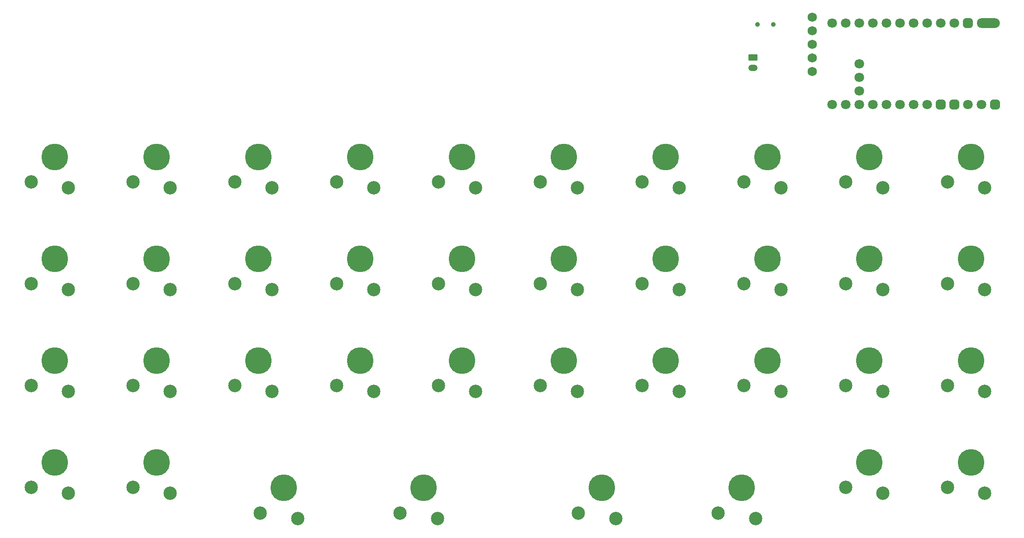
<source format=gts>
G04 #@! TF.GenerationSoftware,KiCad,Pcbnew,7.0.5-7.0.5~ubuntu22.04.1*
G04 #@! TF.CreationDate,2023-07-14T10:16:13+02:00*
G04 #@! TF.ProjectId,pur-offset-space-55,7075722d-6f66-4667-9365-742d73706163,rev?*
G04 #@! TF.SameCoordinates,Original*
G04 #@! TF.FileFunction,Soldermask,Top*
G04 #@! TF.FilePolarity,Negative*
%FSLAX46Y46*%
G04 Gerber Fmt 4.6, Leading zero omitted, Abs format (unit mm)*
G04 Created by KiCad (PCBNEW 7.0.5-7.0.5~ubuntu22.04.1) date 2023-07-14 10:16:13*
%MOMM*%
%LPD*%
G01*
G04 APERTURE LIST*
G04 Aperture macros list*
%AMRoundRect*
0 Rectangle with rounded corners*
0 $1 Rounding radius*
0 $2 $3 $4 $5 $6 $7 $8 $9 X,Y pos of 4 corners*
0 Add a 4 corners polygon primitive as box body*
4,1,4,$2,$3,$4,$5,$6,$7,$8,$9,$2,$3,0*
0 Add four circle primitives for the rounded corners*
1,1,$1+$1,$2,$3*
1,1,$1+$1,$4,$5*
1,1,$1+$1,$6,$7*
1,1,$1+$1,$8,$9*
0 Add four rect primitives between the rounded corners*
20,1,$1+$1,$2,$3,$4,$5,0*
20,1,$1+$1,$4,$5,$6,$7,0*
20,1,$1+$1,$6,$7,$8,$9,0*
20,1,$1+$1,$8,$9,$2,$3,0*%
G04 Aperture macros list end*
%ADD10C,5.000000*%
%ADD11C,2.500000*%
%ADD12C,1.752600*%
%ADD13C,0.900000*%
%ADD14C,1.800000*%
%ADD15RoundRect,0.450000X0.450000X-0.450000X0.450000X0.450000X-0.450000X0.450000X-0.450000X-0.450000X0*%
%ADD16O,4.340000X1.800000*%
%ADD17RoundRect,0.250000X-0.625000X0.350000X-0.625000X-0.350000X0.625000X-0.350000X0.625000X0.350000X0*%
%ADD18O,1.750000X1.200000*%
G04 APERTURE END LIST*
D10*
X207778400Y-92792600D03*
D11*
X210378400Y-98542600D03*
X203378400Y-97492600D03*
D10*
X93478400Y-92792600D03*
D11*
X96078400Y-98542600D03*
X89078400Y-97492600D03*
D10*
X150628400Y-92792600D03*
D11*
X153228400Y-98542600D03*
X146228400Y-97492600D03*
D10*
X98240900Y-135655100D03*
D11*
X100840900Y-141405100D03*
X93840900Y-140355100D03*
D10*
X55378400Y-130892600D03*
D11*
X57978400Y-136642600D03*
X50978400Y-135592600D03*
D10*
X207778400Y-111842600D03*
D11*
X210378400Y-117592600D03*
X203378400Y-116542600D03*
D10*
X169678400Y-73742600D03*
D11*
X172278400Y-79492600D03*
X165278400Y-78442600D03*
D10*
X150628400Y-73742600D03*
D11*
X153228400Y-79492600D03*
X146228400Y-78442600D03*
D10*
X131578400Y-73742600D03*
D11*
X134178400Y-79492600D03*
X127178400Y-78442600D03*
D10*
X55378400Y-92792600D03*
D11*
X57978400Y-98542600D03*
X50978400Y-97492600D03*
D10*
X188728400Y-73742600D03*
D11*
X191328400Y-79492600D03*
X184328400Y-78442600D03*
D10*
X112528400Y-111842600D03*
D11*
X115128400Y-117592600D03*
X108128400Y-116542600D03*
D12*
X197153000Y-47612600D03*
X197153000Y-50152600D03*
X197153000Y-52692600D03*
X197153000Y-55232600D03*
X197153000Y-57772600D03*
D10*
X55378400Y-111842600D03*
D11*
X57978400Y-117592600D03*
X50978400Y-116542600D03*
D10*
X188728400Y-92792600D03*
D11*
X191328400Y-98542600D03*
X184328400Y-97492600D03*
D10*
X112528400Y-92792600D03*
D11*
X115128400Y-98542600D03*
X108128400Y-97492600D03*
D10*
X131578400Y-111842600D03*
D11*
X134178400Y-117592600D03*
X127178400Y-116542600D03*
D10*
X112528400Y-73742600D03*
D11*
X115128400Y-79492600D03*
X108128400Y-78442600D03*
D10*
X207778400Y-130892600D03*
D11*
X210378400Y-136642600D03*
X203378400Y-135592600D03*
D10*
X226828400Y-130892600D03*
D11*
X229428400Y-136642600D03*
X222428400Y-135592600D03*
D10*
X169678400Y-92792600D03*
D11*
X172278400Y-98542600D03*
X165278400Y-97492600D03*
D10*
X93478400Y-73742600D03*
D11*
X96078400Y-79492600D03*
X89078400Y-78442600D03*
D10*
X93478400Y-111842600D03*
D11*
X96078400Y-117592600D03*
X89078400Y-116542600D03*
D10*
X74428400Y-73742600D03*
D11*
X77028400Y-79492600D03*
X70028400Y-78442600D03*
D10*
X157772150Y-135655100D03*
D11*
X160372150Y-141405100D03*
X153372150Y-140355100D03*
D10*
X188728400Y-111842600D03*
D11*
X191328400Y-117592600D03*
X184328400Y-116542600D03*
D10*
X226828400Y-73742600D03*
D11*
X229428400Y-79492600D03*
X222428400Y-78442600D03*
D10*
X74428400Y-92792600D03*
D11*
X77028400Y-98542600D03*
X70028400Y-97492600D03*
D10*
X226828400Y-92792600D03*
D11*
X229428400Y-98542600D03*
X222428400Y-97492600D03*
D10*
X226828400Y-111842600D03*
D11*
X229428400Y-117592600D03*
X222428400Y-116542600D03*
D10*
X74428400Y-111842600D03*
D11*
X77028400Y-117592600D03*
X70028400Y-116542600D03*
D10*
X131578400Y-92792600D03*
D11*
X134178400Y-98542600D03*
X127178400Y-97492600D03*
D10*
X55378400Y-73742600D03*
D11*
X57978400Y-79492600D03*
X50978400Y-78442600D03*
D10*
X74428400Y-130892600D03*
D11*
X77028400Y-136642600D03*
X70028400Y-135592600D03*
D10*
X150628400Y-111842600D03*
D11*
X153228400Y-117592600D03*
X146228400Y-116542600D03*
D10*
X207778400Y-73742600D03*
D11*
X210378400Y-79492600D03*
X203378400Y-78442600D03*
D10*
X169678400Y-111842600D03*
D11*
X172278400Y-117592600D03*
X165278400Y-116542600D03*
D10*
X183965900Y-135655100D03*
D11*
X186565900Y-141405100D03*
X179565900Y-140355100D03*
D10*
X124434650Y-135655100D03*
D11*
X127034650Y-141405100D03*
X120034650Y-140355100D03*
D13*
X189877000Y-48989200D03*
X186877000Y-48989200D03*
D14*
X228803200Y-63957200D03*
X226263200Y-63957200D03*
D15*
X223723200Y-63957200D03*
X221183200Y-63957200D03*
D14*
X218643200Y-63957200D03*
X216103200Y-63957200D03*
X213563200Y-63957200D03*
X211023200Y-63957200D03*
X208483200Y-63957200D03*
X205943200Y-63957200D03*
X203403200Y-63957200D03*
X200863200Y-63957200D03*
D16*
X230073200Y-48717200D03*
D15*
X226263200Y-48717200D03*
D14*
X223723200Y-48717200D03*
X221183200Y-48717200D03*
X218643200Y-48717200D03*
X216103200Y-48717200D03*
X213563200Y-48717200D03*
X211023200Y-48717200D03*
X208483200Y-48717200D03*
X205943200Y-48717200D03*
X203403200Y-48717200D03*
X200863200Y-48717200D03*
X205943200Y-61417200D03*
X205943200Y-58877200D03*
X205943200Y-56337200D03*
D15*
X231343200Y-63957200D03*
D14*
X231343200Y-48717200D03*
D17*
X186080400Y-55124600D03*
D18*
X186080400Y-57124600D03*
M02*

</source>
